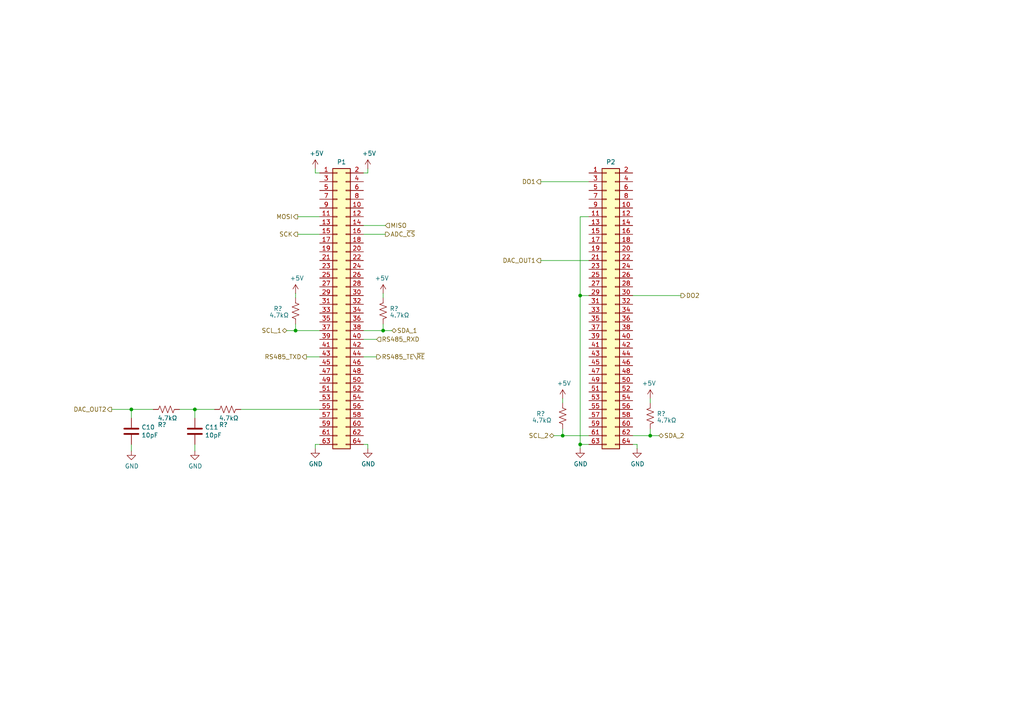
<source format=kicad_sch>
(kicad_sch (version 20231120) (generator "eeschema") (generator_version "8.0")
  (paper "A4")
  (title_block (title "MCU") (date "2021-05-25") (rev "1.0") (comment 2 "Released under CC BY-NC-SA license"))
  (lib_symbols
    (symbol "Connector_Generic:Conn_02x32_Odd_Even" (pin_names (offset 1.016) hide)
      (property "Reference" "J" (at 1.27 40.64 0))
      (property "Value" "Conn_02x32_Odd_Even" (at 1.27 -43.18 0))
      (symbol "Conn_02x32_Odd_Even_1_1"
        (rectangle (start -1.27 -40.513) (end 0 -40.767) (stroke (width 0.1524)))
        (rectangle (start -1.27 -37.973) (end 0 -38.227) (stroke (width 0.1524)))
        (rectangle (start -1.27 -35.433) (end 0 -35.687) (stroke (width 0.1524)))
        (rectangle (start -1.27 -32.893) (end 0 -33.147) (stroke (width 0.1524)))
        (rectangle (start -1.27 -30.353) (end 0 -30.607) (stroke (width 0.1524)))
        (rectangle (start -1.27 -27.813) (end 0 -28.067) (stroke (width 0.1524)))
        (rectangle (start -1.27 -25.273) (end 0 -25.527) (stroke (width 0.1524)))
        (rectangle (start -1.27 -22.733) (end 0 -22.987) (stroke (width 0.1524)))
        (rectangle (start -1.27 -20.193) (end 0 -20.447) (stroke (width 0.1524)))
        (rectangle (start -1.27 -17.653) (end 0 -17.907) (stroke (width 0.1524)))
        (rectangle (start -1.27 -15.113) (end 0 -15.367) (stroke (width 0.1524)))
        (rectangle (start -1.27 -12.573) (end 0 -12.827) (stroke (width 0.1524)))
        (rectangle (start -1.27 -10.033) (end 0 -10.287) (stroke (width 0.1524)))
        (rectangle (start -1.27 -7.493) (end 0 -7.747) (stroke (width 0.1524)))
        (rectangle (start -1.27 -4.953) (end 0 -5.207) (stroke (width 0.1524)))
        (rectangle (start -1.27 -2.413) (end 0 -2.667) (stroke (width 0.1524)))
        (rectangle (start -1.27 0.127) (end 0 -0.127) (stroke (width 0.1524)))
        (rectangle (start -1.27 2.667) (end 0 2.413) (stroke (width 0.1524)))
        (rectangle (start -1.27 5.207) (end 0 4.953) (stroke (width 0.1524)))
        (rectangle (start -1.27 7.747) (end 0 7.493) (stroke (width 0.1524)))
        (rectangle (start -1.27 10.287) (end 0 10.033) (stroke (width 0.1524)))
        (rectangle (start -1.27 12.827) (end 0 12.573) (stroke (width 0.1524)))
        (rectangle (start -1.27 15.367) (end 0 15.113) (stroke (width 0.1524)))
        (rectangle (start -1.27 17.907) (end 0 17.653) (stroke (width 0.1524)))
        (rectangle (start -1.27 20.447) (end 0 20.193) (stroke (width 0.1524)))
        (rectangle (start -1.27 22.987) (end 0 22.733) (stroke (width 0.1524)))
        (rectangle (start -1.27 25.527) (end 0 25.273) (stroke (width 0.1524)))
        (rectangle (start -1.27 28.067) (end 0 27.813) (stroke (width 0.1524)))
        (rectangle (start -1.27 30.607) (end 0 30.353) (stroke (width 0.1524)))
        (rectangle (start -1.27 33.147) (end 0 32.893) (stroke (width 0.1524)))
        (rectangle (start -1.27 35.687) (end 0 35.433) (stroke (width 0.1524)))
        (rectangle (start -1.27 38.227) (end 0 37.973) (stroke (width 0.1524)))
        (rectangle (start -1.27 39.37) (end 3.81 -41.91) (stroke (width 0.254)) (fill (type background)))
        (rectangle (start 3.81 -40.513) (end 2.54 -40.767) (stroke (width 0.1524)))
        (rectangle (start 3.81 -37.973) (end 2.54 -38.227) (stroke (width 0.1524)))
        (rectangle (start 3.81 -35.433) (end 2.54 -35.687) (stroke (width 0.1524)))
        (rectangle (start 3.81 -32.893) (end 2.54 -33.147) (stroke (width 0.1524)))
        (rectangle (start 3.81 -30.353) (end 2.54 -30.607) (stroke (width 0.1524)))
        (rectangle (start 3.81 -27.813) (end 2.54 -28.067) (stroke (width 0.1524)))
        (rectangle (start 3.81 -25.273) (end 2.54 -25.527) (stroke (width 0.1524)))
        (rectangle (start 3.81 -22.733) (end 2.54 -22.987) (stroke (width 0.1524)))
        (rectangle (start 3.81 -20.193) (end 2.54 -20.447) (stroke (width 0.1524)))
        (rectangle (start 3.81 -17.653) (end 2.54 -17.907) (stroke (width 0.1524)))
        (rectangle (start 3.81 -15.113) (end 2.54 -15.367) (stroke (width 0.1524)))
        (rectangle (start 3.81 -12.573) (end 2.54 -12.827) (stroke (width 0.1524)))
        (rectangle (start 3.81 -10.033) (end 2.54 -10.287) (stroke (width 0.1524)))
        (rectangle (start 3.81 -7.493) (end 2.54 -7.747) (stroke (width 0.1524)))
        (rectangle (start 3.81 -4.953) (end 2.54 -5.207) (stroke (width 0.1524)))
        (rectangle (start 3.81 -2.413) (end 2.54 -2.667) (stroke (width 0.1524)))
        (rectangle (start 3.81 0.127) (end 2.54 -0.127) (stroke (width 0.1524)))
        (rectangle (start 3.81 2.667) (end 2.54 2.413) (stroke (width 0.1524)))
        (rectangle (start 3.81 5.207) (end 2.54 4.953) (stroke (width 0.1524)))
        (rectangle (start 3.81 7.747) (end 2.54 7.493) (stroke (width 0.1524)))
        (rectangle (start 3.81 10.287) (end 2.54 10.033) (stroke (width 0.1524)))
        (rectangle (start 3.81 12.827) (end 2.54 12.573) (stroke (width 0.1524)))
        (rectangle (start 3.81 15.367) (end 2.54 15.113) (stroke (width 0.1524)))
        (rectangle (start 3.81 17.907) (end 2.54 17.653) (stroke (width 0.1524)))
        (rectangle (start 3.81 20.447) (end 2.54 20.193) (stroke (width 0.1524)))
        (rectangle (start 3.81 22.987) (end 2.54 22.733) (stroke (width 0.1524)))
        (rectangle (start 3.81 25.527) (end 2.54 25.273) (stroke (width 0.1524)))
        (rectangle (start 3.81 28.067) (end 2.54 27.813) (stroke (width 0.1524)))
        (rectangle (start 3.81 30.607) (end 2.54 30.353) (stroke (width 0.1524)))
        (rectangle (start 3.81 33.147) (end 2.54 32.893) (stroke (width 0.1524)))
        (rectangle (start 3.81 35.687) (end 2.54 35.433) (stroke (width 0.1524)))
        (rectangle (start 3.81 38.227) (end 2.54 37.973) (stroke (width 0.1524)))
        (pin passive line (at -5.08 38.1 0) (length 3.81) (name "Pin_1") (number "1"))
        (pin passive line (at 7.62 27.94 180) (length 3.81) (name "Pin_10") (number "10"))
        (pin passive line (at -5.08 25.4 0) (length 3.81) (name "Pin_11") (number "11"))
        (pin passive line (at 7.62 25.4 180) (length 3.81) (name "Pin_12") (number "12"))
        (pin passive line (at -5.08 22.86 0) (length 3.81) (name "Pin_13") (number "13"))
        (pin passive line (at 7.62 22.86 180) (length 3.81) (name "Pin_14") (number "14"))
        (pin passive line (at -5.08 20.32 0) (length 3.81) (name "Pin_15") (number "15"))
        (pin passive line (at 7.62 20.32 180) (length 3.81) (name "Pin_16") (number "16"))
        (pin passive line (at -5.08 17.78 0) (length 3.81) (name "Pin_17") (number "17"))
        (pin passive line (at 7.62 17.78 180) (length 3.81) (name "Pin_18") (number "18"))
        (pin passive line (at -5.08 15.24 0) (length 3.81) (name "Pin_19") (number "19"))
        (pin passive line (at 7.62 38.1 180) (length 3.81) (name "Pin_2") (number "2"))
        (pin passive line (at 7.62 15.24 180) (length 3.81) (name "Pin_20") (number "20"))
        (pin passive line (at -5.08 12.7 0) (length 3.81) (name "Pin_21") (number "21"))
        (pin passive line (at 7.62 12.7 180) (length 3.81) (name "Pin_22") (number "22"))
        (pin passive line (at -5.08 10.16 0) (length 3.81) (name "Pin_23") (number "23"))
        (pin passive line (at 7.62 10.16 180) (length 3.81) (name "Pin_24") (number "24"))
        (pin passive line (at -5.08 7.62 0) (length 3.81) (name "Pin_25") (number "25"))
        (pin passive line (at 7.62 7.62 180) (length 3.81) (name "Pin_26") (number "26"))
        (pin passive line (at -5.08 5.08 0) (length 3.81) (name "Pin_27") (number "27"))
        (pin passive line (at 7.62 5.08 180) (length 3.81) (name "Pin_28") (number "28"))
        (pin passive line (at -5.08 2.54 0) (length 3.81) (name "Pin_29") (number "29"))
        (pin passive line (at -5.08 35.56 0) (length 3.81) (name "Pin_3") (number "3"))
        (pin passive line (at 7.62 2.54 180) (length 3.81) (name "Pin_30") (number "30"))
        (pin passive line (at -5.08 0 0) (length 3.81) (name "Pin_31") (number "31"))
        (pin passive line (at 7.62 0 180) (length 3.81) (name "Pin_32") (number "32"))
        (pin passive line (at -5.08 -2.54 0) (length 3.81) (name "Pin_33") (number "33"))
        (pin passive line (at 7.62 -2.54 180) (length 3.81) (name "Pin_34") (number "34"))
        (pin passive line (at -5.08 -5.08 0) (length 3.81) (name "Pin_35") (number "35"))
        (pin passive line (at 7.62 -5.08 180) (length 3.81) (name "Pin_36") (number "36"))
        (pin passive line (at -5.08 -7.62 0) (length 3.81) (name "Pin_37") (number "37"))
        (pin passive line (at 7.62 -7.62 180) (length 3.81) (name "Pin_38") (number "38"))
        (pin passive line (at -5.08 -10.16 0) (length 3.81) (name "Pin_39") (number "39"))
        (pin passive line (at 7.62 35.56 180) (length 3.81) (name "Pin_4") (number "4"))
        (pin passive line (at 7.62 -10.16 180) (length 3.81) (name "Pin_40") (number "40"))
        (pin passive line (at -5.08 -12.7 0) (length 3.81) (name "Pin_41") (number "41"))
        (pin passive line (at 7.62 -12.7 180) (length 3.81) (name "Pin_42") (number "42"))
        (pin passive line (at -5.08 -15.24 0) (length 3.81) (name "Pin_43") (number "43"))
        (pin passive line (at 7.62 -15.24 180) (length 3.81) (name "Pin_44") (number "44"))
        (pin passive line (at -5.08 -17.78 0) (length 3.81) (name "Pin_45") (number "45"))
        (pin passive line (at 7.62 -17.78 180) (length 3.81) (name "Pin_46") (number "46"))
        (pin passive line (at -5.08 -20.32 0) (length 3.81) (name "Pin_47") (number "47"))
        (pin passive line (at 7.62 -20.32 180) (length 3.81) (name "Pin_48") (number "48"))
        (pin passive line (at -5.08 -22.86 0) (length 3.81) (name "Pin_49") (number "49"))
        (pin passive line (at -5.08 33.02 0) (length 3.81) (name "Pin_5") (number "5"))
        (pin passive line (at 7.62 -22.86 180) (length 3.81) (name "Pin_50") (number "50"))
        (pin passive line (at -5.08 -25.4 0) (length 3.81) (name "Pin_51") (number "51"))
        (pin passive line (at 7.62 -25.4 180) (length 3.81) (name "Pin_52") (number "52"))
        (pin passive line (at -5.08 -27.94 0) (length 3.81) (name "Pin_53") (number "53"))
        (pin passive line (at 7.62 -27.94 180) (length 3.81) (name "Pin_54") (number "54"))
        (pin passive line (at -5.08 -30.48 0) (length 3.81) (name "Pin_55") (number "55"))
        (pin passive line (at 7.62 -30.48 180) (length 3.81) (name "Pin_56") (number "56"))
        (pin passive line (at -5.08 -33.02 0) (length 3.81) (name "Pin_57") (number "57"))
        (pin passive line (at 7.62 -33.02 180) (length 3.81) (name "Pin_58") (number "58"))
        (pin passive line (at -5.08 -35.56 0) (length 3.81) (name "Pin_59") (number "59"))
        (pin passive line (at 7.62 33.02 180) (length 3.81) (name "Pin_6") (number "6"))
        (pin passive line (at 7.62 -35.56 180) (length 3.81) (name "Pin_60") (number "60"))
        (pin passive line (at -5.08 -38.1 0) (length 3.81) (name "Pin_61") (number "61"))
        (pin passive line (at 7.62 -38.1 180) (length 3.81) (name "Pin_62") (number "62"))
        (pin passive line (at -5.08 -40.64 0) (length 3.81) (name "Pin_63") (number "63"))
        (pin passive line (at 7.62 -40.64 180) (length 3.81) (name "Pin_64") (number "64"))
        (pin passive line (at -5.08 30.48 0) (length 3.81) (name "Pin_7") (number "7"))
        (pin passive line (at 7.62 30.48 180) (length 3.81) (name "Pin_8") (number "8"))
        (pin passive line (at -5.08 27.94 0) (length 3.81) (name "Pin_9") (number "9"))
      )
    )
    (symbol "Device:C" (pin_numbers hide) (pin_names (offset 0.254))
      (property "Reference" "C" (at 0.635 2.54 0))
      (property "Value" "C" (at 0.635 -2.54 0))
      (symbol "C_0_1"
        (polyline (pts (xy -2.032 -0.762) (xy 2.032 -0.762)) (stroke (width 0.508)))
        (polyline (pts (xy -2.032 0.762) (xy 2.032 0.762)) (stroke (width 0.508)))
      )
      (symbol "C_1_1"
        (pin passive line (at 0 3.81 270) (length 2.794) (name "~") (number "1"))
        (pin passive line (at 0 -3.81 90) (length 2.794) (name "~") (number "2"))
      )
    )
    (symbol "Device:R_US" (pin_numbers hide) (pin_names (offset 0))
      (property "Reference" "R" (at 2.54 0 90))
      (property "Value" "R_US" (at -2.54 0 90))
      (symbol "R_US_0_1"
        (polyline (pts (xy 0 -2.286) (xy 0 -2.54)))
        (polyline (pts (xy 0 2.286) (xy 0 2.54)))
        (polyline (pts (xy 0 -0.762) (xy 1.016 -1.143) (xy 0 -1.524) (xy -1.016 -1.905) (xy 0 -2.286)))
        (polyline (pts (xy 0 0.762) (xy 1.016 0.381) (xy 0 0) (xy -1.016 -0.381) (xy 0 -0.762)))
        (polyline (pts (xy 0 2.286) (xy 1.016 1.905) (xy 0 1.524) (xy -1.016 1.143) (xy 0 0.762)))
      )
      (symbol "R_US_1_1"
        (pin passive line (at 0 3.81 270) (length 1.27) (name "~") (number "1"))
        (pin passive line (at 0 -3.81 90) (length 1.27) (name "~") (number "2"))
      )
    )
    (symbol "power:+5V" (power) (pin_numbers hide) (pin_names (offset 0) hide)
      (property "Value" "+5V" (at 0 3.556 0))
      (symbol "+5V_0_1"
        (polyline (pts (xy -0.762 1.27) (xy 0 2.54)))
        (polyline (pts (xy 0 0) (xy 0 2.54)))
        (polyline (pts (xy 0 2.54) (xy 0.762 1.27)))
      )
      (symbol "+5V_1_1"
        (pin power_in line (at 0 0 90) (length 0) (name "~") (number "1"))
      )
    )
    (symbol "power:GND" (power) (pin_numbers hide) (pin_names (offset 0) hide)
      (property "Value" "GND" (at 0 -3.81 0))
      (symbol "GND_0_1"
        (polyline (pts (xy 0 0) (xy 0 -1.27) (xy 1.27 -1.27) (xy 0 -2.54) (xy -1.27 -1.27) (xy 0 -1.27)))
      )
      (symbol "GND_1_1"
        (pin power_in line (at 0 0 270) (length 0) (name "~") (number "1"))
      )
    )
  )
  (junction (at 111.125 95.885))
  (junction (at 163.195 126.365))
  (junction (at 168.275 128.905))
  (junction (at 188.595 126.365))
  (junction (at 85.725 95.885))
  (junction (at 168.275 85.725))
  (junction (at 56.515 118.745))
  (junction (at 38.1 118.745))
  (wire (pts (xy 191.135 126.365) (xy 188.595 126.365)))
  (wire (pts (xy 106.68 128.905) (xy 106.68 130.175)))
  (wire (pts (xy 197.485 85.725) (xy 183.515 85.725)))
  (wire (pts (xy 160.655 126.365) (xy 163.195 126.365)))
  (wire (pts (xy 188.595 115.57) (xy 188.595 116.84)))
  (wire (pts (xy 85.725 95.885) (xy 92.71 95.885)))
  (wire (pts (xy 105.41 50.165) (xy 106.68 50.165)))
  (wire (pts (xy 91.44 128.905) (xy 92.71 128.905)))
  (wire (pts (xy 168.275 128.905) (xy 168.275 130.175)))
  (wire (pts (xy 163.195 124.46) (xy 163.195 126.365)))
  (wire (pts (xy 184.785 128.905) (xy 184.785 130.175)))
  (wire (pts (xy 111.125 93.98) (xy 111.125 95.885)))
  (wire (pts (xy 85.725 93.98) (xy 85.725 95.885)))
  (wire (pts (xy 188.595 124.46) (xy 188.595 126.365)))
  (wire (pts (xy 105.41 65.405) (xy 111.76 65.405)))
  (wire (pts (xy 38.1 130.81) (xy 38.1 128.905)))
  (wire (pts (xy 168.275 128.905) (xy 170.815 128.905)))
  (wire (pts (xy 56.515 118.745) (xy 62.23 118.745)))
  (wire (pts (xy 183.515 128.905) (xy 184.785 128.905)))
  (wire (pts (xy 183.515 126.365) (xy 188.595 126.365)))
  (wire (pts (xy 170.815 75.565) (xy 156.845 75.565)))
  (wire (pts (xy 106.68 50.165) (xy 106.68 48.895)))
  (wire (pts (xy 32.385 118.745) (xy 38.1 118.745)))
  (wire (pts (xy 69.85 118.745) (xy 92.71 118.745)))
  (wire (pts (xy 52.07 118.745) (xy 56.515 118.745)))
  (wire (pts (xy 111.125 95.885) (xy 105.41 95.885)))
  (wire (pts (xy 163.195 115.57) (xy 163.195 116.84)))
  (wire (pts (xy 38.1 118.745) (xy 38.1 121.285)))
  (wire (pts (xy 170.815 62.865) (xy 168.275 62.865)))
  (wire (pts (xy 156.845 52.705) (xy 170.815 52.705)))
  (wire (pts (xy 111.125 85.09) (xy 111.125 86.36)))
  (wire (pts (xy 168.275 128.905) (xy 168.275 85.725)))
  (wire (pts (xy 38.1 118.745) (xy 44.45 118.745)))
  (wire (pts (xy 168.275 85.725) (xy 170.815 85.725)))
  (wire (pts (xy 56.515 130.81) (xy 56.515 128.905)))
  (wire (pts (xy 168.275 62.865) (xy 168.275 85.725)))
  (wire (pts (xy 92.71 103.505) (xy 88.9 103.505)))
  (wire (pts (xy 56.515 121.285) (xy 56.515 118.745)))
  (wire (pts (xy 92.71 67.945) (xy 86.36 67.945)))
  (wire (pts (xy 92.71 62.865) (xy 86.36 62.865)))
  (wire (pts (xy 105.41 128.905) (xy 106.68 128.905)))
  (wire (pts (xy 91.44 48.895) (xy 91.44 50.165)))
  (wire (pts (xy 170.815 126.365) (xy 163.195 126.365)))
  (wire (pts (xy 91.44 130.175) (xy 91.44 128.905)))
  (wire (pts (xy 105.41 67.945) (xy 111.76 67.945)))
  (wire (pts (xy 83.185 95.885) (xy 85.725 95.885)))
  (wire (pts (xy 105.41 98.425) (xy 109.22 98.425)))
  (wire (pts (xy 85.725 85.09) (xy 85.725 86.36)))
  (wire (pts (xy 91.44 50.165) (xy 92.71 50.165)))
  (wire (pts (xy 113.665 95.885) (xy 111.125 95.885)))
  (wire (pts (xy 109.22 103.505) (xy 105.41 103.505)))
  (hierarchical_label "DAC_OUT2" (shape output) (at 32.385 118.745 180))
  (hierarchical_label "SDA_2" (shape bidirectional) (at 191.135 126.365 0))
  (hierarchical_label "RS485_RXD" (shape input) (at 109.22 98.425 0))
  (hierarchical_label "MOSI" (shape output) (at 86.36 62.865 180))
  (hierarchical_label "MISO" (shape input) (at 111.76 65.405 0))
  (hierarchical_label "SCL_1" (shape bidirectional) (at 83.185 95.885 180))
  (hierarchical_label "RS485_TXD" (shape output) (at 88.9 103.505 180))
  (hierarchical_label "DO1" (shape output) (at 156.845 52.705 180))
  (hierarchical_label "SCL_2" (shape bidirectional) (at 160.655 126.365 180))
  (hierarchical_label "SDA_1" (shape bidirectional) (at 113.665 95.885 0))
  (hierarchical_label "RS485_TE\\~{RE}" (shape output) (at 109.22 103.505 0))
  (hierarchical_label "SCK" (shape output) (at 86.36 67.945 180))
  (hierarchical_label "DAC_OUT1" (shape output) (at 156.845 75.565 180))
  (hierarchical_label "DO2" (shape output) (at 197.485 85.725 0))
  (hierarchical_label "ADC_~{CS}" (shape output) (at 111.76 67.945 0))
  (symbol (lib_id "Device:R_US") (at 188.595 120.65 0) (mirror x) (unit 1)
    (property "Reference" "R?" (at 190.5 120.015 0) (effects (justify left)))
    (property "Value" "4.7kΩ" (at 190.5 121.92 0) (effects (justify left)))
    (property "Footprint" "Resistor_SMD:R_0603_1608Metric_Pad0.98x0.95mm_HandSolder" (effects (hide yes)))
    (instances (project "" (path "" (reference "R?") (unit 1)) (path "" (reference "R26") (unit 1))))
  )
  (symbol (lib_id "power:+5V") (at 188.595 115.57 0) (mirror y) (unit 1)
    (property "Reference" "#PWR047" (effects (hide yes)))
    (property "Value" "+5V" (at 188.214 111.1758 0))
  )
  (symbol (lib_id "Device:R_US") (at 163.195 120.65 180) (unit 1)
    (property "Reference" "R?" (at 158.115 120.015 0) (effects (justify left)))
    (property "Value" "4.7kΩ" (at 160.02 121.92 0) (effects (justify left)))
    (property "Footprint" "Resistor_SMD:R_0603_1608Metric_Pad0.98x0.95mm_HandSolder" (effects (hide yes)))
    (instances (project "" (path "" (reference "R?") (unit 1)) (path "" (reference "R23") (unit 1))))
  )
  (symbol (lib_id "power:+5V") (at 163.195 115.57 0) (unit 1)
    (property "Reference" "#PWR040" (effects (hide yes)))
    (property "Value" "+5V" (at 163.576 111.1758 0))
  )
  (symbol (lib_id "power:GND") (at 56.515 130.81 0) (unit 1)
    (property "Reference" "#PWR031" (effects (hide yes)))
    (property "Value" "GND" (at 56.642 135.2042 0))
  )
  (symbol (lib_id "Device:R_US") (at 66.04 118.745 270) (unit 1)
    (property "Reference" "R?" (at 63.5 123.19 90) (effects (justify left)))
    (property "Value" "4.7kΩ" (at 63.5 121.285 90) (effects (justify left)))
    (property "Footprint" "Resistor_SMD:R_0603_1608Metric_Pad0.98x0.95mm_HandSolder" (effects (hide yes)))
    (instances (project "" (path "" (reference "R?") (unit 1)) (path "" (reference "R18") (unit 1))))
  )
  (symbol (lib_id "Device:R_US") (at 48.26 118.745 270) (unit 1)
    (property "Reference" "R?" (at 45.72 123.19 90) (effects (justify left)))
    (property "Value" "4.7kΩ" (at 45.72 121.285 90) (effects (justify left)))
    (property "Footprint" "Resistor_SMD:R_0603_1608Metric_Pad0.98x0.95mm_HandSolder" (effects (hide yes)))
    (instances (project "" (path "" (reference "R?") (unit 1)) (path "" (reference "R17") (unit 1))))
  )
  (symbol (lib_id "Device:C") (at 56.515 125.095 0) (unit 1)
    (property "Reference" "C11" (at 59.436 123.9266 0) (effects (justify left)))
    (property "Value" "10pF" (at 59.436 126.238 0) (effects (justify left)))
    (property "Footprint" "Capacitor_SMD:C_0805_2012Metric_Pad1.18x1.45mm_HandSolder" (effects (hide yes)))
  )
  (symbol (lib_id "power:GND") (at 38.1 130.81 0) (unit 1)
    (property "Reference" "#PWR030" (effects (hide yes)))
    (property "Value" "GND" (at 38.227 135.2042 0))
  )
  (symbol (lib_id "Device:C") (at 38.1 125.095 0) (unit 1)
    (property "Reference" "C10" (at 41.021 123.9266 0) (effects (justify left)))
    (property "Value" "10pF" (at 41.021 126.238 0) (effects (justify left)))
    (property "Footprint" "Capacitor_SMD:C_0805_2012Metric_Pad1.18x1.45mm_HandSolder" (effects (hide yes)))
  )
  (symbol (lib_id "Device:R_US") (at 85.725 90.17 180) (unit 1)
    (property "Reference" "R?" (at 81.915 89.535 0) (effects (justify left)))
    (property "Value" "4.7kΩ" (at 83.82 91.44 0) (effects (justify left)))
    (property "Footprint" "Resistor_SMD:R_0603_1608Metric_Pad0.98x0.95mm_HandSolder" (effects (hide yes)))
    (instances (project "" (path "" (reference "R?") (unit 1)) (path "" (reference "R19") (unit 1))))
  )
  (symbol (lib_id "power:+5V") (at 85.725 85.09 0) (unit 1)
    (property "Reference" "#PWR032" (effects (hide yes)))
    (property "Value" "+5V" (at 86.106 80.6958 0))
  )
  (symbol (lib_id "Device:R_US") (at 111.125 90.17 0) (mirror x) (unit 1)
    (property "Reference" "R?" (at 113.03 89.535 0) (effects (justify left)))
    (property "Value" "4.7kΩ" (at 113.03 91.44 0) (effects (justify left)))
    (property "Footprint" "Resistor_SMD:R_0603_1608Metric_Pad0.98x0.95mm_HandSolder" (effects (hide yes)))
    (instances (project "" (path "" (reference "R?") (unit 1)) (path "" (reference "R22") (unit 1))))
  )
  (symbol (lib_id "power:+5V") (at 111.125 85.09 0) (mirror y) (unit 1)
    (property "Reference" "#PWR039" (effects (hide yes)))
    (property "Value" "+5V" (at 110.744 80.6958 0))
  )
  (symbol (lib_id "Connector_Generic:Conn_02x32_Odd_Even") (at 97.79 88.265 0) (unit 1)
    (property "Reference" "P1" (at 99.06 46.99 0))
    (property "Value" " " (at 99.06 46.9646 0))
    (property "Footprint" "Connector_PinHeader_2.54mm:PinHeader_2x32_P2.54mm_Vertical" (effects (hide yes)))
  )
  (symbol (lib_id "Connector_Generic:Conn_02x32_Odd_Even") (at 175.895 88.265 0) (unit 1)
    (property "Reference" "P2" (at 177.165 46.99 0))
    (property "Value" " " (at 177.165 46.9646 0))
    (property "Footprint" "Connector_PinHeader_2.54mm:PinHeader_2x32_P2.54mm_Vertical" (effects (hide yes)))
  )
  (symbol (lib_id "power:+5V") (at 91.44 48.895 0) (unit 1)
    (property "Reference" "#PWR034" (effects (hide yes)))
    (property "Value" "+5V" (at 91.821 44.5008 0))
  )
  (symbol (lib_id "power:+5V") (at 106.68 48.895 0) (unit 1)
    (property "Reference" "#PWR036" (effects (hide yes)))
    (property "Value" "+5V" (at 107.061 44.5008 0))
  )
  (symbol (lib_id "power:GND") (at 106.68 130.175 0) (unit 1)
    (property "Reference" "#PWR037" (effects (hide yes)))
    (property "Value" "GND" (at 106.807 134.5692 0))
  )
  (symbol (lib_id "power:GND") (at 91.44 130.175 0) (unit 1)
    (property "Reference" "#PWR035" (effects (hide yes)))
    (property "Value" "GND" (at 91.567 134.5692 0))
  )
  (symbol (lib_id "power:GND") (at 168.275 130.175 0) (unit 1)
    (property "Reference" "#PWR042" (effects (hide yes)))
    (property "Value" "GND" (at 168.402 134.5692 0))
  )
  (symbol (lib_id "power:GND") (at 184.785 130.175 0) (unit 1)
    (property "Reference" "#PWR045" (effects (hide yes)))
    (property "Value" "GND" (at 184.912 134.5692 0))
  )
)
</source>
